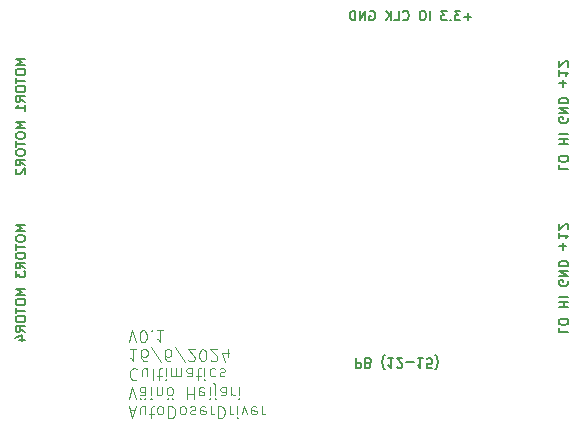
<source format=gbo>
%TF.GenerationSoftware,KiCad,Pcbnew,8.0.3-8.0.3-0~ubuntu22.04.1*%
%TF.CreationDate,2024-06-18T13:07:19+03:00*%
%TF.ProjectId,DoserDriver,446f7365-7244-4726-9976-65722e6b6963,rev?*%
%TF.SameCoordinates,Original*%
%TF.FileFunction,Legend,Bot*%
%TF.FilePolarity,Positive*%
%FSLAX46Y46*%
G04 Gerber Fmt 4.6, Leading zero omitted, Abs format (unit mm)*
G04 Created by KiCad (PCBNEW 8.0.3-8.0.3-0~ubuntu22.04.1) date 2024-06-18 13:07:19*
%MOMM*%
%LPD*%
G01*
G04 APERTURE LIST*
%ADD10C,0.100000*%
%ADD11C,0.200000*%
%ADD12R,2.000000X2.000000*%
%ADD13C,2.000000*%
%ADD14C,2.200000*%
%ADD15R,1.700000X1.700000*%
%ADD16O,1.700000X1.700000*%
G04 APERTURE END LIST*
D10*
X59556265Y-68953071D02*
X60032455Y-68953071D01*
X59461027Y-68667356D02*
X59794360Y-69667356D01*
X59794360Y-69667356D02*
X60127693Y-68667356D01*
X60889598Y-69334023D02*
X60889598Y-68667356D01*
X60461027Y-69334023D02*
X60461027Y-68810214D01*
X60461027Y-68810214D02*
X60508646Y-68714976D01*
X60508646Y-68714976D02*
X60603884Y-68667356D01*
X60603884Y-68667356D02*
X60746741Y-68667356D01*
X60746741Y-68667356D02*
X60841979Y-68714976D01*
X60841979Y-68714976D02*
X60889598Y-68762595D01*
X61222932Y-69334023D02*
X61603884Y-69334023D01*
X61365789Y-69667356D02*
X61365789Y-68810214D01*
X61365789Y-68810214D02*
X61413408Y-68714976D01*
X61413408Y-68714976D02*
X61508646Y-68667356D01*
X61508646Y-68667356D02*
X61603884Y-68667356D01*
X62080075Y-68667356D02*
X61984837Y-68714976D01*
X61984837Y-68714976D02*
X61937218Y-68762595D01*
X61937218Y-68762595D02*
X61889599Y-68857833D01*
X61889599Y-68857833D02*
X61889599Y-69143547D01*
X61889599Y-69143547D02*
X61937218Y-69238785D01*
X61937218Y-69238785D02*
X61984837Y-69286404D01*
X61984837Y-69286404D02*
X62080075Y-69334023D01*
X62080075Y-69334023D02*
X62222932Y-69334023D01*
X62222932Y-69334023D02*
X62318170Y-69286404D01*
X62318170Y-69286404D02*
X62365789Y-69238785D01*
X62365789Y-69238785D02*
X62413408Y-69143547D01*
X62413408Y-69143547D02*
X62413408Y-68857833D01*
X62413408Y-68857833D02*
X62365789Y-68762595D01*
X62365789Y-68762595D02*
X62318170Y-68714976D01*
X62318170Y-68714976D02*
X62222932Y-68667356D01*
X62222932Y-68667356D02*
X62080075Y-68667356D01*
X62841980Y-68667356D02*
X62841980Y-69667356D01*
X62841980Y-69667356D02*
X63080075Y-69667356D01*
X63080075Y-69667356D02*
X63222932Y-69619737D01*
X63222932Y-69619737D02*
X63318170Y-69524499D01*
X63318170Y-69524499D02*
X63365789Y-69429261D01*
X63365789Y-69429261D02*
X63413408Y-69238785D01*
X63413408Y-69238785D02*
X63413408Y-69095928D01*
X63413408Y-69095928D02*
X63365789Y-68905452D01*
X63365789Y-68905452D02*
X63318170Y-68810214D01*
X63318170Y-68810214D02*
X63222932Y-68714976D01*
X63222932Y-68714976D02*
X63080075Y-68667356D01*
X63080075Y-68667356D02*
X62841980Y-68667356D01*
X63984837Y-68667356D02*
X63889599Y-68714976D01*
X63889599Y-68714976D02*
X63841980Y-68762595D01*
X63841980Y-68762595D02*
X63794361Y-68857833D01*
X63794361Y-68857833D02*
X63794361Y-69143547D01*
X63794361Y-69143547D02*
X63841980Y-69238785D01*
X63841980Y-69238785D02*
X63889599Y-69286404D01*
X63889599Y-69286404D02*
X63984837Y-69334023D01*
X63984837Y-69334023D02*
X64127694Y-69334023D01*
X64127694Y-69334023D02*
X64222932Y-69286404D01*
X64222932Y-69286404D02*
X64270551Y-69238785D01*
X64270551Y-69238785D02*
X64318170Y-69143547D01*
X64318170Y-69143547D02*
X64318170Y-68857833D01*
X64318170Y-68857833D02*
X64270551Y-68762595D01*
X64270551Y-68762595D02*
X64222932Y-68714976D01*
X64222932Y-68714976D02*
X64127694Y-68667356D01*
X64127694Y-68667356D02*
X63984837Y-68667356D01*
X64699123Y-68714976D02*
X64794361Y-68667356D01*
X64794361Y-68667356D02*
X64984837Y-68667356D01*
X64984837Y-68667356D02*
X65080075Y-68714976D01*
X65080075Y-68714976D02*
X65127694Y-68810214D01*
X65127694Y-68810214D02*
X65127694Y-68857833D01*
X65127694Y-68857833D02*
X65080075Y-68953071D01*
X65080075Y-68953071D02*
X64984837Y-69000690D01*
X64984837Y-69000690D02*
X64841980Y-69000690D01*
X64841980Y-69000690D02*
X64746742Y-69048309D01*
X64746742Y-69048309D02*
X64699123Y-69143547D01*
X64699123Y-69143547D02*
X64699123Y-69191166D01*
X64699123Y-69191166D02*
X64746742Y-69286404D01*
X64746742Y-69286404D02*
X64841980Y-69334023D01*
X64841980Y-69334023D02*
X64984837Y-69334023D01*
X64984837Y-69334023D02*
X65080075Y-69286404D01*
X65937218Y-68714976D02*
X65841980Y-68667356D01*
X65841980Y-68667356D02*
X65651504Y-68667356D01*
X65651504Y-68667356D02*
X65556266Y-68714976D01*
X65556266Y-68714976D02*
X65508647Y-68810214D01*
X65508647Y-68810214D02*
X65508647Y-69191166D01*
X65508647Y-69191166D02*
X65556266Y-69286404D01*
X65556266Y-69286404D02*
X65651504Y-69334023D01*
X65651504Y-69334023D02*
X65841980Y-69334023D01*
X65841980Y-69334023D02*
X65937218Y-69286404D01*
X65937218Y-69286404D02*
X65984837Y-69191166D01*
X65984837Y-69191166D02*
X65984837Y-69095928D01*
X65984837Y-69095928D02*
X65508647Y-69000690D01*
X66413409Y-68667356D02*
X66413409Y-69334023D01*
X66413409Y-69143547D02*
X66461028Y-69238785D01*
X66461028Y-69238785D02*
X66508647Y-69286404D01*
X66508647Y-69286404D02*
X66603885Y-69334023D01*
X66603885Y-69334023D02*
X66699123Y-69334023D01*
X67032457Y-68667356D02*
X67032457Y-69667356D01*
X67032457Y-69667356D02*
X67270552Y-69667356D01*
X67270552Y-69667356D02*
X67413409Y-69619737D01*
X67413409Y-69619737D02*
X67508647Y-69524499D01*
X67508647Y-69524499D02*
X67556266Y-69429261D01*
X67556266Y-69429261D02*
X67603885Y-69238785D01*
X67603885Y-69238785D02*
X67603885Y-69095928D01*
X67603885Y-69095928D02*
X67556266Y-68905452D01*
X67556266Y-68905452D02*
X67508647Y-68810214D01*
X67508647Y-68810214D02*
X67413409Y-68714976D01*
X67413409Y-68714976D02*
X67270552Y-68667356D01*
X67270552Y-68667356D02*
X67032457Y-68667356D01*
X68032457Y-68667356D02*
X68032457Y-69334023D01*
X68032457Y-69143547D02*
X68080076Y-69238785D01*
X68080076Y-69238785D02*
X68127695Y-69286404D01*
X68127695Y-69286404D02*
X68222933Y-69334023D01*
X68222933Y-69334023D02*
X68318171Y-69334023D01*
X68651505Y-68667356D02*
X68651505Y-69334023D01*
X68651505Y-69667356D02*
X68603886Y-69619737D01*
X68603886Y-69619737D02*
X68651505Y-69572118D01*
X68651505Y-69572118D02*
X68699124Y-69619737D01*
X68699124Y-69619737D02*
X68651505Y-69667356D01*
X68651505Y-69667356D02*
X68651505Y-69572118D01*
X69032457Y-69334023D02*
X69270552Y-68667356D01*
X69270552Y-68667356D02*
X69508647Y-69334023D01*
X70270552Y-68714976D02*
X70175314Y-68667356D01*
X70175314Y-68667356D02*
X69984838Y-68667356D01*
X69984838Y-68667356D02*
X69889600Y-68714976D01*
X69889600Y-68714976D02*
X69841981Y-68810214D01*
X69841981Y-68810214D02*
X69841981Y-69191166D01*
X69841981Y-69191166D02*
X69889600Y-69286404D01*
X69889600Y-69286404D02*
X69984838Y-69334023D01*
X69984838Y-69334023D02*
X70175314Y-69334023D01*
X70175314Y-69334023D02*
X70270552Y-69286404D01*
X70270552Y-69286404D02*
X70318171Y-69191166D01*
X70318171Y-69191166D02*
X70318171Y-69095928D01*
X70318171Y-69095928D02*
X69841981Y-69000690D01*
X70746743Y-68667356D02*
X70746743Y-69334023D01*
X70746743Y-69143547D02*
X70794362Y-69238785D01*
X70794362Y-69238785D02*
X70841981Y-69286404D01*
X70841981Y-69286404D02*
X70937219Y-69334023D01*
X70937219Y-69334023D02*
X71032457Y-69334023D01*
X59461027Y-68057412D02*
X59794360Y-67057412D01*
X59794360Y-67057412D02*
X60127693Y-68057412D01*
X60889598Y-67057412D02*
X60889598Y-67581222D01*
X60889598Y-67581222D02*
X60841979Y-67676460D01*
X60841979Y-67676460D02*
X60746741Y-67724079D01*
X60746741Y-67724079D02*
X60556265Y-67724079D01*
X60556265Y-67724079D02*
X60461027Y-67676460D01*
X60889598Y-67105032D02*
X60794360Y-67057412D01*
X60794360Y-67057412D02*
X60556265Y-67057412D01*
X60556265Y-67057412D02*
X60461027Y-67105032D01*
X60461027Y-67105032D02*
X60413408Y-67200270D01*
X60413408Y-67200270D02*
X60413408Y-67295508D01*
X60413408Y-67295508D02*
X60461027Y-67390746D01*
X60461027Y-67390746D02*
X60556265Y-67438365D01*
X60556265Y-67438365D02*
X60794360Y-67438365D01*
X60794360Y-67438365D02*
X60889598Y-67485984D01*
X60461027Y-68057412D02*
X60508646Y-68009793D01*
X60508646Y-68009793D02*
X60461027Y-67962174D01*
X60461027Y-67962174D02*
X60413408Y-68009793D01*
X60413408Y-68009793D02*
X60461027Y-68057412D01*
X60461027Y-68057412D02*
X60461027Y-67962174D01*
X60841979Y-68057412D02*
X60889598Y-68009793D01*
X60889598Y-68009793D02*
X60841979Y-67962174D01*
X60841979Y-67962174D02*
X60794360Y-68009793D01*
X60794360Y-68009793D02*
X60841979Y-68057412D01*
X60841979Y-68057412D02*
X60841979Y-67962174D01*
X61365789Y-67057412D02*
X61365789Y-67724079D01*
X61365789Y-68057412D02*
X61318170Y-68009793D01*
X61318170Y-68009793D02*
X61365789Y-67962174D01*
X61365789Y-67962174D02*
X61413408Y-68009793D01*
X61413408Y-68009793D02*
X61365789Y-68057412D01*
X61365789Y-68057412D02*
X61365789Y-67962174D01*
X61841979Y-67724079D02*
X61841979Y-67057412D01*
X61841979Y-67628841D02*
X61889598Y-67676460D01*
X61889598Y-67676460D02*
X61984836Y-67724079D01*
X61984836Y-67724079D02*
X62127693Y-67724079D01*
X62127693Y-67724079D02*
X62222931Y-67676460D01*
X62222931Y-67676460D02*
X62270550Y-67581222D01*
X62270550Y-67581222D02*
X62270550Y-67057412D01*
X62889598Y-67057412D02*
X62794360Y-67105032D01*
X62794360Y-67105032D02*
X62746741Y-67152651D01*
X62746741Y-67152651D02*
X62699122Y-67247889D01*
X62699122Y-67247889D02*
X62699122Y-67533603D01*
X62699122Y-67533603D02*
X62746741Y-67628841D01*
X62746741Y-67628841D02*
X62794360Y-67676460D01*
X62794360Y-67676460D02*
X62889598Y-67724079D01*
X62889598Y-67724079D02*
X63032455Y-67724079D01*
X63032455Y-67724079D02*
X63127693Y-67676460D01*
X63127693Y-67676460D02*
X63175312Y-67628841D01*
X63175312Y-67628841D02*
X63222931Y-67533603D01*
X63222931Y-67533603D02*
X63222931Y-67247889D01*
X63222931Y-67247889D02*
X63175312Y-67152651D01*
X63175312Y-67152651D02*
X63127693Y-67105032D01*
X63127693Y-67105032D02*
X63032455Y-67057412D01*
X63032455Y-67057412D02*
X62889598Y-67057412D01*
X62794360Y-68057412D02*
X62841979Y-68009793D01*
X62841979Y-68009793D02*
X62794360Y-67962174D01*
X62794360Y-67962174D02*
X62746741Y-68009793D01*
X62746741Y-68009793D02*
X62794360Y-68057412D01*
X62794360Y-68057412D02*
X62794360Y-67962174D01*
X63175312Y-68057412D02*
X63222931Y-68009793D01*
X63222931Y-68009793D02*
X63175312Y-67962174D01*
X63175312Y-67962174D02*
X63127693Y-68009793D01*
X63127693Y-68009793D02*
X63175312Y-68057412D01*
X63175312Y-68057412D02*
X63175312Y-67962174D01*
X64413408Y-67057412D02*
X64413408Y-68057412D01*
X64413408Y-67581222D02*
X64984836Y-67581222D01*
X64984836Y-67057412D02*
X64984836Y-68057412D01*
X65841979Y-67105032D02*
X65746741Y-67057412D01*
X65746741Y-67057412D02*
X65556265Y-67057412D01*
X65556265Y-67057412D02*
X65461027Y-67105032D01*
X65461027Y-67105032D02*
X65413408Y-67200270D01*
X65413408Y-67200270D02*
X65413408Y-67581222D01*
X65413408Y-67581222D02*
X65461027Y-67676460D01*
X65461027Y-67676460D02*
X65556265Y-67724079D01*
X65556265Y-67724079D02*
X65746741Y-67724079D01*
X65746741Y-67724079D02*
X65841979Y-67676460D01*
X65841979Y-67676460D02*
X65889598Y-67581222D01*
X65889598Y-67581222D02*
X65889598Y-67485984D01*
X65889598Y-67485984D02*
X65413408Y-67390746D01*
X66318170Y-67057412D02*
X66318170Y-67724079D01*
X66318170Y-68057412D02*
X66270551Y-68009793D01*
X66270551Y-68009793D02*
X66318170Y-67962174D01*
X66318170Y-67962174D02*
X66365789Y-68009793D01*
X66365789Y-68009793D02*
X66318170Y-68057412D01*
X66318170Y-68057412D02*
X66318170Y-67962174D01*
X66794360Y-67724079D02*
X66794360Y-66866936D01*
X66794360Y-66866936D02*
X66746741Y-66771698D01*
X66746741Y-66771698D02*
X66651503Y-66724079D01*
X66651503Y-66724079D02*
X66603884Y-66724079D01*
X66794360Y-68057412D02*
X66746741Y-68009793D01*
X66746741Y-68009793D02*
X66794360Y-67962174D01*
X66794360Y-67962174D02*
X66841979Y-68009793D01*
X66841979Y-68009793D02*
X66794360Y-68057412D01*
X66794360Y-68057412D02*
X66794360Y-67962174D01*
X67699121Y-67057412D02*
X67699121Y-67581222D01*
X67699121Y-67581222D02*
X67651502Y-67676460D01*
X67651502Y-67676460D02*
X67556264Y-67724079D01*
X67556264Y-67724079D02*
X67365788Y-67724079D01*
X67365788Y-67724079D02*
X67270550Y-67676460D01*
X67699121Y-67105032D02*
X67603883Y-67057412D01*
X67603883Y-67057412D02*
X67365788Y-67057412D01*
X67365788Y-67057412D02*
X67270550Y-67105032D01*
X67270550Y-67105032D02*
X67222931Y-67200270D01*
X67222931Y-67200270D02*
X67222931Y-67295508D01*
X67222931Y-67295508D02*
X67270550Y-67390746D01*
X67270550Y-67390746D02*
X67365788Y-67438365D01*
X67365788Y-67438365D02*
X67603883Y-67438365D01*
X67603883Y-67438365D02*
X67699121Y-67485984D01*
X68175312Y-67057412D02*
X68175312Y-67724079D01*
X68175312Y-67533603D02*
X68222931Y-67628841D01*
X68222931Y-67628841D02*
X68270550Y-67676460D01*
X68270550Y-67676460D02*
X68365788Y-67724079D01*
X68365788Y-67724079D02*
X68461026Y-67724079D01*
X68794360Y-67057412D02*
X68794360Y-67724079D01*
X68794360Y-68057412D02*
X68746741Y-68009793D01*
X68746741Y-68009793D02*
X68794360Y-67962174D01*
X68794360Y-67962174D02*
X68841979Y-68009793D01*
X68841979Y-68009793D02*
X68794360Y-68057412D01*
X68794360Y-68057412D02*
X68794360Y-67962174D01*
X60175312Y-65542707D02*
X60127693Y-65495088D01*
X60127693Y-65495088D02*
X59984836Y-65447468D01*
X59984836Y-65447468D02*
X59889598Y-65447468D01*
X59889598Y-65447468D02*
X59746741Y-65495088D01*
X59746741Y-65495088D02*
X59651503Y-65590326D01*
X59651503Y-65590326D02*
X59603884Y-65685564D01*
X59603884Y-65685564D02*
X59556265Y-65876040D01*
X59556265Y-65876040D02*
X59556265Y-66018897D01*
X59556265Y-66018897D02*
X59603884Y-66209373D01*
X59603884Y-66209373D02*
X59651503Y-66304611D01*
X59651503Y-66304611D02*
X59746741Y-66399849D01*
X59746741Y-66399849D02*
X59889598Y-66447468D01*
X59889598Y-66447468D02*
X59984836Y-66447468D01*
X59984836Y-66447468D02*
X60127693Y-66399849D01*
X60127693Y-66399849D02*
X60175312Y-66352230D01*
X61032455Y-66114135D02*
X61032455Y-65447468D01*
X60603884Y-66114135D02*
X60603884Y-65590326D01*
X60603884Y-65590326D02*
X60651503Y-65495088D01*
X60651503Y-65495088D02*
X60746741Y-65447468D01*
X60746741Y-65447468D02*
X60889598Y-65447468D01*
X60889598Y-65447468D02*
X60984836Y-65495088D01*
X60984836Y-65495088D02*
X61032455Y-65542707D01*
X61651503Y-65447468D02*
X61556265Y-65495088D01*
X61556265Y-65495088D02*
X61508646Y-65590326D01*
X61508646Y-65590326D02*
X61508646Y-66447468D01*
X61889599Y-66114135D02*
X62270551Y-66114135D01*
X62032456Y-66447468D02*
X62032456Y-65590326D01*
X62032456Y-65590326D02*
X62080075Y-65495088D01*
X62080075Y-65495088D02*
X62175313Y-65447468D01*
X62175313Y-65447468D02*
X62270551Y-65447468D01*
X62603885Y-65447468D02*
X62603885Y-66114135D01*
X62603885Y-66447468D02*
X62556266Y-66399849D01*
X62556266Y-66399849D02*
X62603885Y-66352230D01*
X62603885Y-66352230D02*
X62651504Y-66399849D01*
X62651504Y-66399849D02*
X62603885Y-66447468D01*
X62603885Y-66447468D02*
X62603885Y-66352230D01*
X63080075Y-65447468D02*
X63080075Y-66114135D01*
X63080075Y-66018897D02*
X63127694Y-66066516D01*
X63127694Y-66066516D02*
X63222932Y-66114135D01*
X63222932Y-66114135D02*
X63365789Y-66114135D01*
X63365789Y-66114135D02*
X63461027Y-66066516D01*
X63461027Y-66066516D02*
X63508646Y-65971278D01*
X63508646Y-65971278D02*
X63508646Y-65447468D01*
X63508646Y-65971278D02*
X63556265Y-66066516D01*
X63556265Y-66066516D02*
X63651503Y-66114135D01*
X63651503Y-66114135D02*
X63794360Y-66114135D01*
X63794360Y-66114135D02*
X63889599Y-66066516D01*
X63889599Y-66066516D02*
X63937218Y-65971278D01*
X63937218Y-65971278D02*
X63937218Y-65447468D01*
X64841979Y-65447468D02*
X64841979Y-65971278D01*
X64841979Y-65971278D02*
X64794360Y-66066516D01*
X64794360Y-66066516D02*
X64699122Y-66114135D01*
X64699122Y-66114135D02*
X64508646Y-66114135D01*
X64508646Y-66114135D02*
X64413408Y-66066516D01*
X64841979Y-65495088D02*
X64746741Y-65447468D01*
X64746741Y-65447468D02*
X64508646Y-65447468D01*
X64508646Y-65447468D02*
X64413408Y-65495088D01*
X64413408Y-65495088D02*
X64365789Y-65590326D01*
X64365789Y-65590326D02*
X64365789Y-65685564D01*
X64365789Y-65685564D02*
X64413408Y-65780802D01*
X64413408Y-65780802D02*
X64508646Y-65828421D01*
X64508646Y-65828421D02*
X64746741Y-65828421D01*
X64746741Y-65828421D02*
X64841979Y-65876040D01*
X65175313Y-66114135D02*
X65556265Y-66114135D01*
X65318170Y-66447468D02*
X65318170Y-65590326D01*
X65318170Y-65590326D02*
X65365789Y-65495088D01*
X65365789Y-65495088D02*
X65461027Y-65447468D01*
X65461027Y-65447468D02*
X65556265Y-65447468D01*
X65889599Y-65447468D02*
X65889599Y-66114135D01*
X65889599Y-66447468D02*
X65841980Y-66399849D01*
X65841980Y-66399849D02*
X65889599Y-66352230D01*
X65889599Y-66352230D02*
X65937218Y-66399849D01*
X65937218Y-66399849D02*
X65889599Y-66447468D01*
X65889599Y-66447468D02*
X65889599Y-66352230D01*
X66794360Y-65495088D02*
X66699122Y-65447468D01*
X66699122Y-65447468D02*
X66508646Y-65447468D01*
X66508646Y-65447468D02*
X66413408Y-65495088D01*
X66413408Y-65495088D02*
X66365789Y-65542707D01*
X66365789Y-65542707D02*
X66318170Y-65637945D01*
X66318170Y-65637945D02*
X66318170Y-65923659D01*
X66318170Y-65923659D02*
X66365789Y-66018897D01*
X66365789Y-66018897D02*
X66413408Y-66066516D01*
X66413408Y-66066516D02*
X66508646Y-66114135D01*
X66508646Y-66114135D02*
X66699122Y-66114135D01*
X66699122Y-66114135D02*
X66794360Y-66066516D01*
X67175313Y-65495088D02*
X67270551Y-65447468D01*
X67270551Y-65447468D02*
X67461027Y-65447468D01*
X67461027Y-65447468D02*
X67556265Y-65495088D01*
X67556265Y-65495088D02*
X67603884Y-65590326D01*
X67603884Y-65590326D02*
X67603884Y-65637945D01*
X67603884Y-65637945D02*
X67556265Y-65733183D01*
X67556265Y-65733183D02*
X67461027Y-65780802D01*
X67461027Y-65780802D02*
X67318170Y-65780802D01*
X67318170Y-65780802D02*
X67222932Y-65828421D01*
X67222932Y-65828421D02*
X67175313Y-65923659D01*
X67175313Y-65923659D02*
X67175313Y-65971278D01*
X67175313Y-65971278D02*
X67222932Y-66066516D01*
X67222932Y-66066516D02*
X67318170Y-66114135D01*
X67318170Y-66114135D02*
X67461027Y-66114135D01*
X67461027Y-66114135D02*
X67556265Y-66066516D01*
X60127693Y-63837524D02*
X59556265Y-63837524D01*
X59841979Y-63837524D02*
X59841979Y-64837524D01*
X59841979Y-64837524D02*
X59746741Y-64694667D01*
X59746741Y-64694667D02*
X59651503Y-64599429D01*
X59651503Y-64599429D02*
X59556265Y-64551810D01*
X60984836Y-64837524D02*
X60794360Y-64837524D01*
X60794360Y-64837524D02*
X60699122Y-64789905D01*
X60699122Y-64789905D02*
X60651503Y-64742286D01*
X60651503Y-64742286D02*
X60556265Y-64599429D01*
X60556265Y-64599429D02*
X60508646Y-64408953D01*
X60508646Y-64408953D02*
X60508646Y-64028001D01*
X60508646Y-64028001D02*
X60556265Y-63932763D01*
X60556265Y-63932763D02*
X60603884Y-63885144D01*
X60603884Y-63885144D02*
X60699122Y-63837524D01*
X60699122Y-63837524D02*
X60889598Y-63837524D01*
X60889598Y-63837524D02*
X60984836Y-63885144D01*
X60984836Y-63885144D02*
X61032455Y-63932763D01*
X61032455Y-63932763D02*
X61080074Y-64028001D01*
X61080074Y-64028001D02*
X61080074Y-64266096D01*
X61080074Y-64266096D02*
X61032455Y-64361334D01*
X61032455Y-64361334D02*
X60984836Y-64408953D01*
X60984836Y-64408953D02*
X60889598Y-64456572D01*
X60889598Y-64456572D02*
X60699122Y-64456572D01*
X60699122Y-64456572D02*
X60603884Y-64408953D01*
X60603884Y-64408953D02*
X60556265Y-64361334D01*
X60556265Y-64361334D02*
X60508646Y-64266096D01*
X62222931Y-64885144D02*
X61365789Y-63599429D01*
X62984836Y-64837524D02*
X62794360Y-64837524D01*
X62794360Y-64837524D02*
X62699122Y-64789905D01*
X62699122Y-64789905D02*
X62651503Y-64742286D01*
X62651503Y-64742286D02*
X62556265Y-64599429D01*
X62556265Y-64599429D02*
X62508646Y-64408953D01*
X62508646Y-64408953D02*
X62508646Y-64028001D01*
X62508646Y-64028001D02*
X62556265Y-63932763D01*
X62556265Y-63932763D02*
X62603884Y-63885144D01*
X62603884Y-63885144D02*
X62699122Y-63837524D01*
X62699122Y-63837524D02*
X62889598Y-63837524D01*
X62889598Y-63837524D02*
X62984836Y-63885144D01*
X62984836Y-63885144D02*
X63032455Y-63932763D01*
X63032455Y-63932763D02*
X63080074Y-64028001D01*
X63080074Y-64028001D02*
X63080074Y-64266096D01*
X63080074Y-64266096D02*
X63032455Y-64361334D01*
X63032455Y-64361334D02*
X62984836Y-64408953D01*
X62984836Y-64408953D02*
X62889598Y-64456572D01*
X62889598Y-64456572D02*
X62699122Y-64456572D01*
X62699122Y-64456572D02*
X62603884Y-64408953D01*
X62603884Y-64408953D02*
X62556265Y-64361334D01*
X62556265Y-64361334D02*
X62508646Y-64266096D01*
X64222931Y-64885144D02*
X63365789Y-63599429D01*
X64508646Y-64742286D02*
X64556265Y-64789905D01*
X64556265Y-64789905D02*
X64651503Y-64837524D01*
X64651503Y-64837524D02*
X64889598Y-64837524D01*
X64889598Y-64837524D02*
X64984836Y-64789905D01*
X64984836Y-64789905D02*
X65032455Y-64742286D01*
X65032455Y-64742286D02*
X65080074Y-64647048D01*
X65080074Y-64647048D02*
X65080074Y-64551810D01*
X65080074Y-64551810D02*
X65032455Y-64408953D01*
X65032455Y-64408953D02*
X64461027Y-63837524D01*
X64461027Y-63837524D02*
X65080074Y-63837524D01*
X65699122Y-64837524D02*
X65794360Y-64837524D01*
X65794360Y-64837524D02*
X65889598Y-64789905D01*
X65889598Y-64789905D02*
X65937217Y-64742286D01*
X65937217Y-64742286D02*
X65984836Y-64647048D01*
X65984836Y-64647048D02*
X66032455Y-64456572D01*
X66032455Y-64456572D02*
X66032455Y-64218477D01*
X66032455Y-64218477D02*
X65984836Y-64028001D01*
X65984836Y-64028001D02*
X65937217Y-63932763D01*
X65937217Y-63932763D02*
X65889598Y-63885144D01*
X65889598Y-63885144D02*
X65794360Y-63837524D01*
X65794360Y-63837524D02*
X65699122Y-63837524D01*
X65699122Y-63837524D02*
X65603884Y-63885144D01*
X65603884Y-63885144D02*
X65556265Y-63932763D01*
X65556265Y-63932763D02*
X65508646Y-64028001D01*
X65508646Y-64028001D02*
X65461027Y-64218477D01*
X65461027Y-64218477D02*
X65461027Y-64456572D01*
X65461027Y-64456572D02*
X65508646Y-64647048D01*
X65508646Y-64647048D02*
X65556265Y-64742286D01*
X65556265Y-64742286D02*
X65603884Y-64789905D01*
X65603884Y-64789905D02*
X65699122Y-64837524D01*
X66413408Y-64742286D02*
X66461027Y-64789905D01*
X66461027Y-64789905D02*
X66556265Y-64837524D01*
X66556265Y-64837524D02*
X66794360Y-64837524D01*
X66794360Y-64837524D02*
X66889598Y-64789905D01*
X66889598Y-64789905D02*
X66937217Y-64742286D01*
X66937217Y-64742286D02*
X66984836Y-64647048D01*
X66984836Y-64647048D02*
X66984836Y-64551810D01*
X66984836Y-64551810D02*
X66937217Y-64408953D01*
X66937217Y-64408953D02*
X66365789Y-63837524D01*
X66365789Y-63837524D02*
X66984836Y-63837524D01*
X67841979Y-64504191D02*
X67841979Y-63837524D01*
X67603884Y-64885144D02*
X67365789Y-64170858D01*
X67365789Y-64170858D02*
X67984836Y-64170858D01*
X59461027Y-63227580D02*
X59794360Y-62227580D01*
X59794360Y-62227580D02*
X60127693Y-63227580D01*
X60651503Y-63227580D02*
X60746741Y-63227580D01*
X60746741Y-63227580D02*
X60841979Y-63179961D01*
X60841979Y-63179961D02*
X60889598Y-63132342D01*
X60889598Y-63132342D02*
X60937217Y-63037104D01*
X60937217Y-63037104D02*
X60984836Y-62846628D01*
X60984836Y-62846628D02*
X60984836Y-62608533D01*
X60984836Y-62608533D02*
X60937217Y-62418057D01*
X60937217Y-62418057D02*
X60889598Y-62322819D01*
X60889598Y-62322819D02*
X60841979Y-62275200D01*
X60841979Y-62275200D02*
X60746741Y-62227580D01*
X60746741Y-62227580D02*
X60651503Y-62227580D01*
X60651503Y-62227580D02*
X60556265Y-62275200D01*
X60556265Y-62275200D02*
X60508646Y-62322819D01*
X60508646Y-62322819D02*
X60461027Y-62418057D01*
X60461027Y-62418057D02*
X60413408Y-62608533D01*
X60413408Y-62608533D02*
X60413408Y-62846628D01*
X60413408Y-62846628D02*
X60461027Y-63037104D01*
X60461027Y-63037104D02*
X60508646Y-63132342D01*
X60508646Y-63132342D02*
X60556265Y-63179961D01*
X60556265Y-63179961D02*
X60651503Y-63227580D01*
X61413408Y-62322819D02*
X61461027Y-62275200D01*
X61461027Y-62275200D02*
X61413408Y-62227580D01*
X61413408Y-62227580D02*
X61365789Y-62275200D01*
X61365789Y-62275200D02*
X61413408Y-62322819D01*
X61413408Y-62322819D02*
X61413408Y-62227580D01*
X62413407Y-62227580D02*
X61841979Y-62227580D01*
X62127693Y-62227580D02*
X62127693Y-63227580D01*
X62127693Y-63227580D02*
X62032455Y-63084723D01*
X62032455Y-63084723D02*
X61937217Y-62989485D01*
X61937217Y-62989485D02*
X61841979Y-62941866D01*
D11*
X95908304Y-48196993D02*
X95908304Y-48577945D01*
X95908304Y-48577945D02*
X96708304Y-48577945D01*
X96708304Y-47777945D02*
X96708304Y-47625564D01*
X96708304Y-47625564D02*
X96670209Y-47549374D01*
X96670209Y-47549374D02*
X96594019Y-47473183D01*
X96594019Y-47473183D02*
X96441638Y-47435088D01*
X96441638Y-47435088D02*
X96174971Y-47435088D01*
X96174971Y-47435088D02*
X96022590Y-47473183D01*
X96022590Y-47473183D02*
X95946400Y-47549374D01*
X95946400Y-47549374D02*
X95908304Y-47625564D01*
X95908304Y-47625564D02*
X95908304Y-47777945D01*
X95908304Y-47777945D02*
X95946400Y-47854136D01*
X95946400Y-47854136D02*
X96022590Y-47930326D01*
X96022590Y-47930326D02*
X96174971Y-47968422D01*
X96174971Y-47968422D02*
X96441638Y-47968422D01*
X96441638Y-47968422D02*
X96594019Y-47930326D01*
X96594019Y-47930326D02*
X96670209Y-47854136D01*
X96670209Y-47854136D02*
X96708304Y-47777945D01*
X95908304Y-46482707D02*
X96708304Y-46482707D01*
X96327352Y-46482707D02*
X96327352Y-46025564D01*
X95908304Y-46025564D02*
X96708304Y-46025564D01*
X95908304Y-45644612D02*
X96708304Y-45644612D01*
X96670209Y-44235089D02*
X96708304Y-44311279D01*
X96708304Y-44311279D02*
X96708304Y-44425565D01*
X96708304Y-44425565D02*
X96670209Y-44539851D01*
X96670209Y-44539851D02*
X96594019Y-44616041D01*
X96594019Y-44616041D02*
X96517828Y-44654136D01*
X96517828Y-44654136D02*
X96365447Y-44692232D01*
X96365447Y-44692232D02*
X96251161Y-44692232D01*
X96251161Y-44692232D02*
X96098780Y-44654136D01*
X96098780Y-44654136D02*
X96022590Y-44616041D01*
X96022590Y-44616041D02*
X95946400Y-44539851D01*
X95946400Y-44539851D02*
X95908304Y-44425565D01*
X95908304Y-44425565D02*
X95908304Y-44349374D01*
X95908304Y-44349374D02*
X95946400Y-44235089D01*
X95946400Y-44235089D02*
X95984495Y-44196993D01*
X95984495Y-44196993D02*
X96251161Y-44196993D01*
X96251161Y-44196993D02*
X96251161Y-44349374D01*
X95908304Y-43854136D02*
X96708304Y-43854136D01*
X96708304Y-43854136D02*
X95908304Y-43396993D01*
X95908304Y-43396993D02*
X96708304Y-43396993D01*
X95908304Y-43016041D02*
X96708304Y-43016041D01*
X96708304Y-43016041D02*
X96708304Y-42825565D01*
X96708304Y-42825565D02*
X96670209Y-42711279D01*
X96670209Y-42711279D02*
X96594019Y-42635089D01*
X96594019Y-42635089D02*
X96517828Y-42596994D01*
X96517828Y-42596994D02*
X96365447Y-42558898D01*
X96365447Y-42558898D02*
X96251161Y-42558898D01*
X96251161Y-42558898D02*
X96098780Y-42596994D01*
X96098780Y-42596994D02*
X96022590Y-42635089D01*
X96022590Y-42635089D02*
X95946400Y-42711279D01*
X95946400Y-42711279D02*
X95908304Y-42825565D01*
X95908304Y-42825565D02*
X95908304Y-43016041D01*
X96213066Y-41606517D02*
X96213066Y-40996994D01*
X95908304Y-41301755D02*
X96517828Y-41301755D01*
X95908304Y-40196994D02*
X95908304Y-40654137D01*
X95908304Y-40425565D02*
X96708304Y-40425565D01*
X96708304Y-40425565D02*
X96594019Y-40501756D01*
X96594019Y-40501756D02*
X96517828Y-40577946D01*
X96517828Y-40577946D02*
X96479733Y-40654137D01*
X96632114Y-39892232D02*
X96670209Y-39854136D01*
X96670209Y-39854136D02*
X96708304Y-39777946D01*
X96708304Y-39777946D02*
X96708304Y-39587470D01*
X96708304Y-39587470D02*
X96670209Y-39511279D01*
X96670209Y-39511279D02*
X96632114Y-39473184D01*
X96632114Y-39473184D02*
X96555923Y-39435089D01*
X96555923Y-39435089D02*
X96479733Y-39435089D01*
X96479733Y-39435089D02*
X96365447Y-39473184D01*
X96365447Y-39473184D02*
X95908304Y-39930327D01*
X95908304Y-39930327D02*
X95908304Y-39435089D01*
X88477945Y-35686933D02*
X87868422Y-35686933D01*
X88173183Y-35991695D02*
X88173183Y-35382171D01*
X87563660Y-35191695D02*
X87068422Y-35191695D01*
X87068422Y-35191695D02*
X87335088Y-35496457D01*
X87335088Y-35496457D02*
X87220803Y-35496457D01*
X87220803Y-35496457D02*
X87144612Y-35534552D01*
X87144612Y-35534552D02*
X87106517Y-35572647D01*
X87106517Y-35572647D02*
X87068422Y-35648838D01*
X87068422Y-35648838D02*
X87068422Y-35839314D01*
X87068422Y-35839314D02*
X87106517Y-35915504D01*
X87106517Y-35915504D02*
X87144612Y-35953600D01*
X87144612Y-35953600D02*
X87220803Y-35991695D01*
X87220803Y-35991695D02*
X87449374Y-35991695D01*
X87449374Y-35991695D02*
X87525565Y-35953600D01*
X87525565Y-35953600D02*
X87563660Y-35915504D01*
X86725564Y-35915504D02*
X86687469Y-35953600D01*
X86687469Y-35953600D02*
X86725564Y-35991695D01*
X86725564Y-35991695D02*
X86763660Y-35953600D01*
X86763660Y-35953600D02*
X86725564Y-35915504D01*
X86725564Y-35915504D02*
X86725564Y-35991695D01*
X86420803Y-35191695D02*
X85925565Y-35191695D01*
X85925565Y-35191695D02*
X86192231Y-35496457D01*
X86192231Y-35496457D02*
X86077946Y-35496457D01*
X86077946Y-35496457D02*
X86001755Y-35534552D01*
X86001755Y-35534552D02*
X85963660Y-35572647D01*
X85963660Y-35572647D02*
X85925565Y-35648838D01*
X85925565Y-35648838D02*
X85925565Y-35839314D01*
X85925565Y-35839314D02*
X85963660Y-35915504D01*
X85963660Y-35915504D02*
X86001755Y-35953600D01*
X86001755Y-35953600D02*
X86077946Y-35991695D01*
X86077946Y-35991695D02*
X86306517Y-35991695D01*
X86306517Y-35991695D02*
X86382708Y-35953600D01*
X86382708Y-35953600D02*
X86420803Y-35915504D01*
X84973183Y-35991695D02*
X84973183Y-35191695D01*
X84439850Y-35191695D02*
X84287469Y-35191695D01*
X84287469Y-35191695D02*
X84211279Y-35229790D01*
X84211279Y-35229790D02*
X84135088Y-35305980D01*
X84135088Y-35305980D02*
X84096993Y-35458361D01*
X84096993Y-35458361D02*
X84096993Y-35725028D01*
X84096993Y-35725028D02*
X84135088Y-35877409D01*
X84135088Y-35877409D02*
X84211279Y-35953600D01*
X84211279Y-35953600D02*
X84287469Y-35991695D01*
X84287469Y-35991695D02*
X84439850Y-35991695D01*
X84439850Y-35991695D02*
X84516041Y-35953600D01*
X84516041Y-35953600D02*
X84592231Y-35877409D01*
X84592231Y-35877409D02*
X84630327Y-35725028D01*
X84630327Y-35725028D02*
X84630327Y-35458361D01*
X84630327Y-35458361D02*
X84592231Y-35305980D01*
X84592231Y-35305980D02*
X84516041Y-35229790D01*
X84516041Y-35229790D02*
X84439850Y-35191695D01*
X82687469Y-35915504D02*
X82725565Y-35953600D01*
X82725565Y-35953600D02*
X82839850Y-35991695D01*
X82839850Y-35991695D02*
X82916041Y-35991695D01*
X82916041Y-35991695D02*
X83030327Y-35953600D01*
X83030327Y-35953600D02*
X83106517Y-35877409D01*
X83106517Y-35877409D02*
X83144612Y-35801219D01*
X83144612Y-35801219D02*
X83182708Y-35648838D01*
X83182708Y-35648838D02*
X83182708Y-35534552D01*
X83182708Y-35534552D02*
X83144612Y-35382171D01*
X83144612Y-35382171D02*
X83106517Y-35305980D01*
X83106517Y-35305980D02*
X83030327Y-35229790D01*
X83030327Y-35229790D02*
X82916041Y-35191695D01*
X82916041Y-35191695D02*
X82839850Y-35191695D01*
X82839850Y-35191695D02*
X82725565Y-35229790D01*
X82725565Y-35229790D02*
X82687469Y-35267885D01*
X81963660Y-35991695D02*
X82344612Y-35991695D01*
X82344612Y-35991695D02*
X82344612Y-35191695D01*
X81696993Y-35991695D02*
X81696993Y-35191695D01*
X81239850Y-35991695D02*
X81582708Y-35534552D01*
X81239850Y-35191695D02*
X81696993Y-35648838D01*
X79868422Y-35229790D02*
X79944612Y-35191695D01*
X79944612Y-35191695D02*
X80058898Y-35191695D01*
X80058898Y-35191695D02*
X80173184Y-35229790D01*
X80173184Y-35229790D02*
X80249374Y-35305980D01*
X80249374Y-35305980D02*
X80287469Y-35382171D01*
X80287469Y-35382171D02*
X80325565Y-35534552D01*
X80325565Y-35534552D02*
X80325565Y-35648838D01*
X80325565Y-35648838D02*
X80287469Y-35801219D01*
X80287469Y-35801219D02*
X80249374Y-35877409D01*
X80249374Y-35877409D02*
X80173184Y-35953600D01*
X80173184Y-35953600D02*
X80058898Y-35991695D01*
X80058898Y-35991695D02*
X79982707Y-35991695D01*
X79982707Y-35991695D02*
X79868422Y-35953600D01*
X79868422Y-35953600D02*
X79830326Y-35915504D01*
X79830326Y-35915504D02*
X79830326Y-35648838D01*
X79830326Y-35648838D02*
X79982707Y-35648838D01*
X79487469Y-35991695D02*
X79487469Y-35191695D01*
X79487469Y-35191695D02*
X79030326Y-35991695D01*
X79030326Y-35991695D02*
X79030326Y-35191695D01*
X78649374Y-35991695D02*
X78649374Y-35191695D01*
X78649374Y-35191695D02*
X78458898Y-35191695D01*
X78458898Y-35191695D02*
X78344612Y-35229790D01*
X78344612Y-35229790D02*
X78268422Y-35305980D01*
X78268422Y-35305980D02*
X78230327Y-35382171D01*
X78230327Y-35382171D02*
X78192231Y-35534552D01*
X78192231Y-35534552D02*
X78192231Y-35648838D01*
X78192231Y-35648838D02*
X78230327Y-35801219D01*
X78230327Y-35801219D02*
X78268422Y-35877409D01*
X78268422Y-35877409D02*
X78344612Y-35953600D01*
X78344612Y-35953600D02*
X78458898Y-35991695D01*
X78458898Y-35991695D02*
X78649374Y-35991695D01*
X50691695Y-53322054D02*
X49891695Y-53322054D01*
X49891695Y-53322054D02*
X50463123Y-53588720D01*
X50463123Y-53588720D02*
X49891695Y-53855387D01*
X49891695Y-53855387D02*
X50691695Y-53855387D01*
X49891695Y-54388721D02*
X49891695Y-54541102D01*
X49891695Y-54541102D02*
X49929790Y-54617292D01*
X49929790Y-54617292D02*
X50005980Y-54693483D01*
X50005980Y-54693483D02*
X50158361Y-54731578D01*
X50158361Y-54731578D02*
X50425028Y-54731578D01*
X50425028Y-54731578D02*
X50577409Y-54693483D01*
X50577409Y-54693483D02*
X50653600Y-54617292D01*
X50653600Y-54617292D02*
X50691695Y-54541102D01*
X50691695Y-54541102D02*
X50691695Y-54388721D01*
X50691695Y-54388721D02*
X50653600Y-54312530D01*
X50653600Y-54312530D02*
X50577409Y-54236340D01*
X50577409Y-54236340D02*
X50425028Y-54198244D01*
X50425028Y-54198244D02*
X50158361Y-54198244D01*
X50158361Y-54198244D02*
X50005980Y-54236340D01*
X50005980Y-54236340D02*
X49929790Y-54312530D01*
X49929790Y-54312530D02*
X49891695Y-54388721D01*
X49891695Y-54960149D02*
X49891695Y-55417292D01*
X50691695Y-55188720D02*
X49891695Y-55188720D01*
X49891695Y-55836340D02*
X49891695Y-55988721D01*
X49891695Y-55988721D02*
X49929790Y-56064911D01*
X49929790Y-56064911D02*
X50005980Y-56141102D01*
X50005980Y-56141102D02*
X50158361Y-56179197D01*
X50158361Y-56179197D02*
X50425028Y-56179197D01*
X50425028Y-56179197D02*
X50577409Y-56141102D01*
X50577409Y-56141102D02*
X50653600Y-56064911D01*
X50653600Y-56064911D02*
X50691695Y-55988721D01*
X50691695Y-55988721D02*
X50691695Y-55836340D01*
X50691695Y-55836340D02*
X50653600Y-55760149D01*
X50653600Y-55760149D02*
X50577409Y-55683959D01*
X50577409Y-55683959D02*
X50425028Y-55645863D01*
X50425028Y-55645863D02*
X50158361Y-55645863D01*
X50158361Y-55645863D02*
X50005980Y-55683959D01*
X50005980Y-55683959D02*
X49929790Y-55760149D01*
X49929790Y-55760149D02*
X49891695Y-55836340D01*
X50691695Y-56979197D02*
X50310742Y-56712530D01*
X50691695Y-56522054D02*
X49891695Y-56522054D01*
X49891695Y-56522054D02*
X49891695Y-56826816D01*
X49891695Y-56826816D02*
X49929790Y-56903006D01*
X49929790Y-56903006D02*
X49967885Y-56941101D01*
X49967885Y-56941101D02*
X50044076Y-56979197D01*
X50044076Y-56979197D02*
X50158361Y-56979197D01*
X50158361Y-56979197D02*
X50234552Y-56941101D01*
X50234552Y-56941101D02*
X50272647Y-56903006D01*
X50272647Y-56903006D02*
X50310742Y-56826816D01*
X50310742Y-56826816D02*
X50310742Y-56522054D01*
X49891695Y-57245863D02*
X49891695Y-57741101D01*
X49891695Y-57741101D02*
X50196457Y-57474435D01*
X50196457Y-57474435D02*
X50196457Y-57588720D01*
X50196457Y-57588720D02*
X50234552Y-57664911D01*
X50234552Y-57664911D02*
X50272647Y-57703006D01*
X50272647Y-57703006D02*
X50348838Y-57741101D01*
X50348838Y-57741101D02*
X50539314Y-57741101D01*
X50539314Y-57741101D02*
X50615504Y-57703006D01*
X50615504Y-57703006D02*
X50653600Y-57664911D01*
X50653600Y-57664911D02*
X50691695Y-57588720D01*
X50691695Y-57588720D02*
X50691695Y-57360149D01*
X50691695Y-57360149D02*
X50653600Y-57283958D01*
X50653600Y-57283958D02*
X50615504Y-57245863D01*
X50691695Y-58693483D02*
X49891695Y-58693483D01*
X49891695Y-58693483D02*
X50463123Y-58960149D01*
X50463123Y-58960149D02*
X49891695Y-59226816D01*
X49891695Y-59226816D02*
X50691695Y-59226816D01*
X49891695Y-59760150D02*
X49891695Y-59912531D01*
X49891695Y-59912531D02*
X49929790Y-59988721D01*
X49929790Y-59988721D02*
X50005980Y-60064912D01*
X50005980Y-60064912D02*
X50158361Y-60103007D01*
X50158361Y-60103007D02*
X50425028Y-60103007D01*
X50425028Y-60103007D02*
X50577409Y-60064912D01*
X50577409Y-60064912D02*
X50653600Y-59988721D01*
X50653600Y-59988721D02*
X50691695Y-59912531D01*
X50691695Y-59912531D02*
X50691695Y-59760150D01*
X50691695Y-59760150D02*
X50653600Y-59683959D01*
X50653600Y-59683959D02*
X50577409Y-59607769D01*
X50577409Y-59607769D02*
X50425028Y-59569673D01*
X50425028Y-59569673D02*
X50158361Y-59569673D01*
X50158361Y-59569673D02*
X50005980Y-59607769D01*
X50005980Y-59607769D02*
X49929790Y-59683959D01*
X49929790Y-59683959D02*
X49891695Y-59760150D01*
X49891695Y-60331578D02*
X49891695Y-60788721D01*
X50691695Y-60560149D02*
X49891695Y-60560149D01*
X49891695Y-61207769D02*
X49891695Y-61360150D01*
X49891695Y-61360150D02*
X49929790Y-61436340D01*
X49929790Y-61436340D02*
X50005980Y-61512531D01*
X50005980Y-61512531D02*
X50158361Y-61550626D01*
X50158361Y-61550626D02*
X50425028Y-61550626D01*
X50425028Y-61550626D02*
X50577409Y-61512531D01*
X50577409Y-61512531D02*
X50653600Y-61436340D01*
X50653600Y-61436340D02*
X50691695Y-61360150D01*
X50691695Y-61360150D02*
X50691695Y-61207769D01*
X50691695Y-61207769D02*
X50653600Y-61131578D01*
X50653600Y-61131578D02*
X50577409Y-61055388D01*
X50577409Y-61055388D02*
X50425028Y-61017292D01*
X50425028Y-61017292D02*
X50158361Y-61017292D01*
X50158361Y-61017292D02*
X50005980Y-61055388D01*
X50005980Y-61055388D02*
X49929790Y-61131578D01*
X49929790Y-61131578D02*
X49891695Y-61207769D01*
X50691695Y-62350626D02*
X50310742Y-62083959D01*
X50691695Y-61893483D02*
X49891695Y-61893483D01*
X49891695Y-61893483D02*
X49891695Y-62198245D01*
X49891695Y-62198245D02*
X49929790Y-62274435D01*
X49929790Y-62274435D02*
X49967885Y-62312530D01*
X49967885Y-62312530D02*
X50044076Y-62350626D01*
X50044076Y-62350626D02*
X50158361Y-62350626D01*
X50158361Y-62350626D02*
X50234552Y-62312530D01*
X50234552Y-62312530D02*
X50272647Y-62274435D01*
X50272647Y-62274435D02*
X50310742Y-62198245D01*
X50310742Y-62198245D02*
X50310742Y-61893483D01*
X50158361Y-63036340D02*
X50691695Y-63036340D01*
X49853600Y-62845864D02*
X50425028Y-62655387D01*
X50425028Y-62655387D02*
X50425028Y-63150626D01*
X50691695Y-39222054D02*
X49891695Y-39222054D01*
X49891695Y-39222054D02*
X50463123Y-39488720D01*
X50463123Y-39488720D02*
X49891695Y-39755387D01*
X49891695Y-39755387D02*
X50691695Y-39755387D01*
X49891695Y-40288721D02*
X49891695Y-40441102D01*
X49891695Y-40441102D02*
X49929790Y-40517292D01*
X49929790Y-40517292D02*
X50005980Y-40593483D01*
X50005980Y-40593483D02*
X50158361Y-40631578D01*
X50158361Y-40631578D02*
X50425028Y-40631578D01*
X50425028Y-40631578D02*
X50577409Y-40593483D01*
X50577409Y-40593483D02*
X50653600Y-40517292D01*
X50653600Y-40517292D02*
X50691695Y-40441102D01*
X50691695Y-40441102D02*
X50691695Y-40288721D01*
X50691695Y-40288721D02*
X50653600Y-40212530D01*
X50653600Y-40212530D02*
X50577409Y-40136340D01*
X50577409Y-40136340D02*
X50425028Y-40098244D01*
X50425028Y-40098244D02*
X50158361Y-40098244D01*
X50158361Y-40098244D02*
X50005980Y-40136340D01*
X50005980Y-40136340D02*
X49929790Y-40212530D01*
X49929790Y-40212530D02*
X49891695Y-40288721D01*
X49891695Y-40860149D02*
X49891695Y-41317292D01*
X50691695Y-41088720D02*
X49891695Y-41088720D01*
X49891695Y-41736340D02*
X49891695Y-41888721D01*
X49891695Y-41888721D02*
X49929790Y-41964911D01*
X49929790Y-41964911D02*
X50005980Y-42041102D01*
X50005980Y-42041102D02*
X50158361Y-42079197D01*
X50158361Y-42079197D02*
X50425028Y-42079197D01*
X50425028Y-42079197D02*
X50577409Y-42041102D01*
X50577409Y-42041102D02*
X50653600Y-41964911D01*
X50653600Y-41964911D02*
X50691695Y-41888721D01*
X50691695Y-41888721D02*
X50691695Y-41736340D01*
X50691695Y-41736340D02*
X50653600Y-41660149D01*
X50653600Y-41660149D02*
X50577409Y-41583959D01*
X50577409Y-41583959D02*
X50425028Y-41545863D01*
X50425028Y-41545863D02*
X50158361Y-41545863D01*
X50158361Y-41545863D02*
X50005980Y-41583959D01*
X50005980Y-41583959D02*
X49929790Y-41660149D01*
X49929790Y-41660149D02*
X49891695Y-41736340D01*
X50691695Y-42879197D02*
X50310742Y-42612530D01*
X50691695Y-42422054D02*
X49891695Y-42422054D01*
X49891695Y-42422054D02*
X49891695Y-42726816D01*
X49891695Y-42726816D02*
X49929790Y-42803006D01*
X49929790Y-42803006D02*
X49967885Y-42841101D01*
X49967885Y-42841101D02*
X50044076Y-42879197D01*
X50044076Y-42879197D02*
X50158361Y-42879197D01*
X50158361Y-42879197D02*
X50234552Y-42841101D01*
X50234552Y-42841101D02*
X50272647Y-42803006D01*
X50272647Y-42803006D02*
X50310742Y-42726816D01*
X50310742Y-42726816D02*
X50310742Y-42422054D01*
X50691695Y-43641101D02*
X50691695Y-43183958D01*
X50691695Y-43412530D02*
X49891695Y-43412530D01*
X49891695Y-43412530D02*
X50005980Y-43336339D01*
X50005980Y-43336339D02*
X50082171Y-43260149D01*
X50082171Y-43260149D02*
X50120266Y-43183958D01*
X50691695Y-44593483D02*
X49891695Y-44593483D01*
X49891695Y-44593483D02*
X50463123Y-44860149D01*
X50463123Y-44860149D02*
X49891695Y-45126816D01*
X49891695Y-45126816D02*
X50691695Y-45126816D01*
X49891695Y-45660150D02*
X49891695Y-45812531D01*
X49891695Y-45812531D02*
X49929790Y-45888721D01*
X49929790Y-45888721D02*
X50005980Y-45964912D01*
X50005980Y-45964912D02*
X50158361Y-46003007D01*
X50158361Y-46003007D02*
X50425028Y-46003007D01*
X50425028Y-46003007D02*
X50577409Y-45964912D01*
X50577409Y-45964912D02*
X50653600Y-45888721D01*
X50653600Y-45888721D02*
X50691695Y-45812531D01*
X50691695Y-45812531D02*
X50691695Y-45660150D01*
X50691695Y-45660150D02*
X50653600Y-45583959D01*
X50653600Y-45583959D02*
X50577409Y-45507769D01*
X50577409Y-45507769D02*
X50425028Y-45469673D01*
X50425028Y-45469673D02*
X50158361Y-45469673D01*
X50158361Y-45469673D02*
X50005980Y-45507769D01*
X50005980Y-45507769D02*
X49929790Y-45583959D01*
X49929790Y-45583959D02*
X49891695Y-45660150D01*
X49891695Y-46231578D02*
X49891695Y-46688721D01*
X50691695Y-46460149D02*
X49891695Y-46460149D01*
X49891695Y-47107769D02*
X49891695Y-47260150D01*
X49891695Y-47260150D02*
X49929790Y-47336340D01*
X49929790Y-47336340D02*
X50005980Y-47412531D01*
X50005980Y-47412531D02*
X50158361Y-47450626D01*
X50158361Y-47450626D02*
X50425028Y-47450626D01*
X50425028Y-47450626D02*
X50577409Y-47412531D01*
X50577409Y-47412531D02*
X50653600Y-47336340D01*
X50653600Y-47336340D02*
X50691695Y-47260150D01*
X50691695Y-47260150D02*
X50691695Y-47107769D01*
X50691695Y-47107769D02*
X50653600Y-47031578D01*
X50653600Y-47031578D02*
X50577409Y-46955388D01*
X50577409Y-46955388D02*
X50425028Y-46917292D01*
X50425028Y-46917292D02*
X50158361Y-46917292D01*
X50158361Y-46917292D02*
X50005980Y-46955388D01*
X50005980Y-46955388D02*
X49929790Y-47031578D01*
X49929790Y-47031578D02*
X49891695Y-47107769D01*
X50691695Y-48250626D02*
X50310742Y-47983959D01*
X50691695Y-47793483D02*
X49891695Y-47793483D01*
X49891695Y-47793483D02*
X49891695Y-48098245D01*
X49891695Y-48098245D02*
X49929790Y-48174435D01*
X49929790Y-48174435D02*
X49967885Y-48212530D01*
X49967885Y-48212530D02*
X50044076Y-48250626D01*
X50044076Y-48250626D02*
X50158361Y-48250626D01*
X50158361Y-48250626D02*
X50234552Y-48212530D01*
X50234552Y-48212530D02*
X50272647Y-48174435D01*
X50272647Y-48174435D02*
X50310742Y-48098245D01*
X50310742Y-48098245D02*
X50310742Y-47793483D01*
X49967885Y-48555387D02*
X49929790Y-48593483D01*
X49929790Y-48593483D02*
X49891695Y-48669673D01*
X49891695Y-48669673D02*
X49891695Y-48860149D01*
X49891695Y-48860149D02*
X49929790Y-48936340D01*
X49929790Y-48936340D02*
X49967885Y-48974435D01*
X49967885Y-48974435D02*
X50044076Y-49012530D01*
X50044076Y-49012530D02*
X50120266Y-49012530D01*
X50120266Y-49012530D02*
X50234552Y-48974435D01*
X50234552Y-48974435D02*
X50691695Y-48517292D01*
X50691695Y-48517292D02*
X50691695Y-49012530D01*
X78722054Y-64608304D02*
X78722054Y-65408304D01*
X78722054Y-65408304D02*
X79026816Y-65408304D01*
X79026816Y-65408304D02*
X79103006Y-65370209D01*
X79103006Y-65370209D02*
X79141101Y-65332114D01*
X79141101Y-65332114D02*
X79179197Y-65255923D01*
X79179197Y-65255923D02*
X79179197Y-65141638D01*
X79179197Y-65141638D02*
X79141101Y-65065447D01*
X79141101Y-65065447D02*
X79103006Y-65027352D01*
X79103006Y-65027352D02*
X79026816Y-64989257D01*
X79026816Y-64989257D02*
X78722054Y-64989257D01*
X79788720Y-65027352D02*
X79903006Y-64989257D01*
X79903006Y-64989257D02*
X79941101Y-64951161D01*
X79941101Y-64951161D02*
X79979197Y-64874971D01*
X79979197Y-64874971D02*
X79979197Y-64760685D01*
X79979197Y-64760685D02*
X79941101Y-64684495D01*
X79941101Y-64684495D02*
X79903006Y-64646400D01*
X79903006Y-64646400D02*
X79826816Y-64608304D01*
X79826816Y-64608304D02*
X79522054Y-64608304D01*
X79522054Y-64608304D02*
X79522054Y-65408304D01*
X79522054Y-65408304D02*
X79788720Y-65408304D01*
X79788720Y-65408304D02*
X79864911Y-65370209D01*
X79864911Y-65370209D02*
X79903006Y-65332114D01*
X79903006Y-65332114D02*
X79941101Y-65255923D01*
X79941101Y-65255923D02*
X79941101Y-65179733D01*
X79941101Y-65179733D02*
X79903006Y-65103542D01*
X79903006Y-65103542D02*
X79864911Y-65065447D01*
X79864911Y-65065447D02*
X79788720Y-65027352D01*
X79788720Y-65027352D02*
X79522054Y-65027352D01*
X81160149Y-64303542D02*
X81122054Y-64341638D01*
X81122054Y-64341638D02*
X81045863Y-64455923D01*
X81045863Y-64455923D02*
X81007768Y-64532114D01*
X81007768Y-64532114D02*
X80969673Y-64646400D01*
X80969673Y-64646400D02*
X80931578Y-64836876D01*
X80931578Y-64836876D02*
X80931578Y-64989257D01*
X80931578Y-64989257D02*
X80969673Y-65179733D01*
X80969673Y-65179733D02*
X81007768Y-65294019D01*
X81007768Y-65294019D02*
X81045863Y-65370209D01*
X81045863Y-65370209D02*
X81122054Y-65484495D01*
X81122054Y-65484495D02*
X81160149Y-65522590D01*
X81883958Y-64608304D02*
X81426815Y-64608304D01*
X81655387Y-64608304D02*
X81655387Y-65408304D01*
X81655387Y-65408304D02*
X81579196Y-65294019D01*
X81579196Y-65294019D02*
X81503006Y-65217828D01*
X81503006Y-65217828D02*
X81426815Y-65179733D01*
X82188720Y-65332114D02*
X82226816Y-65370209D01*
X82226816Y-65370209D02*
X82303006Y-65408304D01*
X82303006Y-65408304D02*
X82493482Y-65408304D01*
X82493482Y-65408304D02*
X82569673Y-65370209D01*
X82569673Y-65370209D02*
X82607768Y-65332114D01*
X82607768Y-65332114D02*
X82645863Y-65255923D01*
X82645863Y-65255923D02*
X82645863Y-65179733D01*
X82645863Y-65179733D02*
X82607768Y-65065447D01*
X82607768Y-65065447D02*
X82150625Y-64608304D01*
X82150625Y-64608304D02*
X82645863Y-64608304D01*
X82988721Y-64913066D02*
X83598245Y-64913066D01*
X84398244Y-64608304D02*
X83941101Y-64608304D01*
X84169673Y-64608304D02*
X84169673Y-65408304D01*
X84169673Y-65408304D02*
X84093482Y-65294019D01*
X84093482Y-65294019D02*
X84017292Y-65217828D01*
X84017292Y-65217828D02*
X83941101Y-65179733D01*
X85122054Y-65408304D02*
X84741102Y-65408304D01*
X84741102Y-65408304D02*
X84703006Y-65027352D01*
X84703006Y-65027352D02*
X84741102Y-65065447D01*
X84741102Y-65065447D02*
X84817292Y-65103542D01*
X84817292Y-65103542D02*
X85007768Y-65103542D01*
X85007768Y-65103542D02*
X85083959Y-65065447D01*
X85083959Y-65065447D02*
X85122054Y-65027352D01*
X85122054Y-65027352D02*
X85160149Y-64951161D01*
X85160149Y-64951161D02*
X85160149Y-64760685D01*
X85160149Y-64760685D02*
X85122054Y-64684495D01*
X85122054Y-64684495D02*
X85083959Y-64646400D01*
X85083959Y-64646400D02*
X85007768Y-64608304D01*
X85007768Y-64608304D02*
X84817292Y-64608304D01*
X84817292Y-64608304D02*
X84741102Y-64646400D01*
X84741102Y-64646400D02*
X84703006Y-64684495D01*
X85426816Y-64303542D02*
X85464911Y-64341638D01*
X85464911Y-64341638D02*
X85541102Y-64455923D01*
X85541102Y-64455923D02*
X85579197Y-64532114D01*
X85579197Y-64532114D02*
X85617292Y-64646400D01*
X85617292Y-64646400D02*
X85655388Y-64836876D01*
X85655388Y-64836876D02*
X85655388Y-64989257D01*
X85655388Y-64989257D02*
X85617292Y-65179733D01*
X85617292Y-65179733D02*
X85579197Y-65294019D01*
X85579197Y-65294019D02*
X85541102Y-65370209D01*
X85541102Y-65370209D02*
X85464911Y-65484495D01*
X85464911Y-65484495D02*
X85426816Y-65522590D01*
X95908304Y-61996993D02*
X95908304Y-62377945D01*
X95908304Y-62377945D02*
X96708304Y-62377945D01*
X96708304Y-61577945D02*
X96708304Y-61425564D01*
X96708304Y-61425564D02*
X96670209Y-61349374D01*
X96670209Y-61349374D02*
X96594019Y-61273183D01*
X96594019Y-61273183D02*
X96441638Y-61235088D01*
X96441638Y-61235088D02*
X96174971Y-61235088D01*
X96174971Y-61235088D02*
X96022590Y-61273183D01*
X96022590Y-61273183D02*
X95946400Y-61349374D01*
X95946400Y-61349374D02*
X95908304Y-61425564D01*
X95908304Y-61425564D02*
X95908304Y-61577945D01*
X95908304Y-61577945D02*
X95946400Y-61654136D01*
X95946400Y-61654136D02*
X96022590Y-61730326D01*
X96022590Y-61730326D02*
X96174971Y-61768422D01*
X96174971Y-61768422D02*
X96441638Y-61768422D01*
X96441638Y-61768422D02*
X96594019Y-61730326D01*
X96594019Y-61730326D02*
X96670209Y-61654136D01*
X96670209Y-61654136D02*
X96708304Y-61577945D01*
X95908304Y-60282707D02*
X96708304Y-60282707D01*
X96327352Y-60282707D02*
X96327352Y-59825564D01*
X95908304Y-59825564D02*
X96708304Y-59825564D01*
X95908304Y-59444612D02*
X96708304Y-59444612D01*
X96670209Y-58035089D02*
X96708304Y-58111279D01*
X96708304Y-58111279D02*
X96708304Y-58225565D01*
X96708304Y-58225565D02*
X96670209Y-58339851D01*
X96670209Y-58339851D02*
X96594019Y-58416041D01*
X96594019Y-58416041D02*
X96517828Y-58454136D01*
X96517828Y-58454136D02*
X96365447Y-58492232D01*
X96365447Y-58492232D02*
X96251161Y-58492232D01*
X96251161Y-58492232D02*
X96098780Y-58454136D01*
X96098780Y-58454136D02*
X96022590Y-58416041D01*
X96022590Y-58416041D02*
X95946400Y-58339851D01*
X95946400Y-58339851D02*
X95908304Y-58225565D01*
X95908304Y-58225565D02*
X95908304Y-58149374D01*
X95908304Y-58149374D02*
X95946400Y-58035089D01*
X95946400Y-58035089D02*
X95984495Y-57996993D01*
X95984495Y-57996993D02*
X96251161Y-57996993D01*
X96251161Y-57996993D02*
X96251161Y-58149374D01*
X95908304Y-57654136D02*
X96708304Y-57654136D01*
X96708304Y-57654136D02*
X95908304Y-57196993D01*
X95908304Y-57196993D02*
X96708304Y-57196993D01*
X95908304Y-56816041D02*
X96708304Y-56816041D01*
X96708304Y-56816041D02*
X96708304Y-56625565D01*
X96708304Y-56625565D02*
X96670209Y-56511279D01*
X96670209Y-56511279D02*
X96594019Y-56435089D01*
X96594019Y-56435089D02*
X96517828Y-56396994D01*
X96517828Y-56396994D02*
X96365447Y-56358898D01*
X96365447Y-56358898D02*
X96251161Y-56358898D01*
X96251161Y-56358898D02*
X96098780Y-56396994D01*
X96098780Y-56396994D02*
X96022590Y-56435089D01*
X96022590Y-56435089D02*
X95946400Y-56511279D01*
X95946400Y-56511279D02*
X95908304Y-56625565D01*
X95908304Y-56625565D02*
X95908304Y-56816041D01*
X96213066Y-55406517D02*
X96213066Y-54796994D01*
X95908304Y-55101755D02*
X96517828Y-55101755D01*
X95908304Y-53996994D02*
X95908304Y-54454137D01*
X95908304Y-54225565D02*
X96708304Y-54225565D01*
X96708304Y-54225565D02*
X96594019Y-54301756D01*
X96594019Y-54301756D02*
X96517828Y-54377946D01*
X96517828Y-54377946D02*
X96479733Y-54454137D01*
X96632114Y-53692232D02*
X96670209Y-53654136D01*
X96670209Y-53654136D02*
X96708304Y-53577946D01*
X96708304Y-53577946D02*
X96708304Y-53387470D01*
X96708304Y-53387470D02*
X96670209Y-53311279D01*
X96670209Y-53311279D02*
X96632114Y-53273184D01*
X96632114Y-53273184D02*
X96555923Y-53235089D01*
X96555923Y-53235089D02*
X96479733Y-53235089D01*
X96479733Y-53235089D02*
X96365447Y-53273184D01*
X96365447Y-53273184D02*
X95908304Y-53730327D01*
X95908304Y-53730327D02*
X95908304Y-53235089D01*
%LPC*%
D12*
X93850000Y-47810000D03*
D13*
X93850000Y-45270000D03*
X93850000Y-42730000D03*
X93850000Y-40190000D03*
D12*
X93850000Y-61790000D03*
D13*
X93850000Y-59250000D03*
X93850000Y-56710000D03*
X93850000Y-54170000D03*
D14*
X95000000Y-67750000D03*
X95000000Y-34000000D03*
D12*
X53000000Y-54460000D03*
D13*
X53000000Y-57000000D03*
X53000000Y-59540000D03*
X53000000Y-62080000D03*
D14*
X52000000Y-67750000D03*
D15*
X79450000Y-67500000D03*
D16*
X81990000Y-67500000D03*
X84530000Y-67500000D03*
X87070000Y-67500000D03*
D12*
X53000000Y-40440000D03*
D13*
X53000000Y-42980000D03*
X53000000Y-45520000D03*
X53000000Y-48060000D03*
D14*
X52000000Y-34000000D03*
D15*
X79420000Y-33250000D03*
D16*
X81960000Y-33250000D03*
X84500000Y-33250000D03*
X87040000Y-33250000D03*
%LPD*%
M02*

</source>
